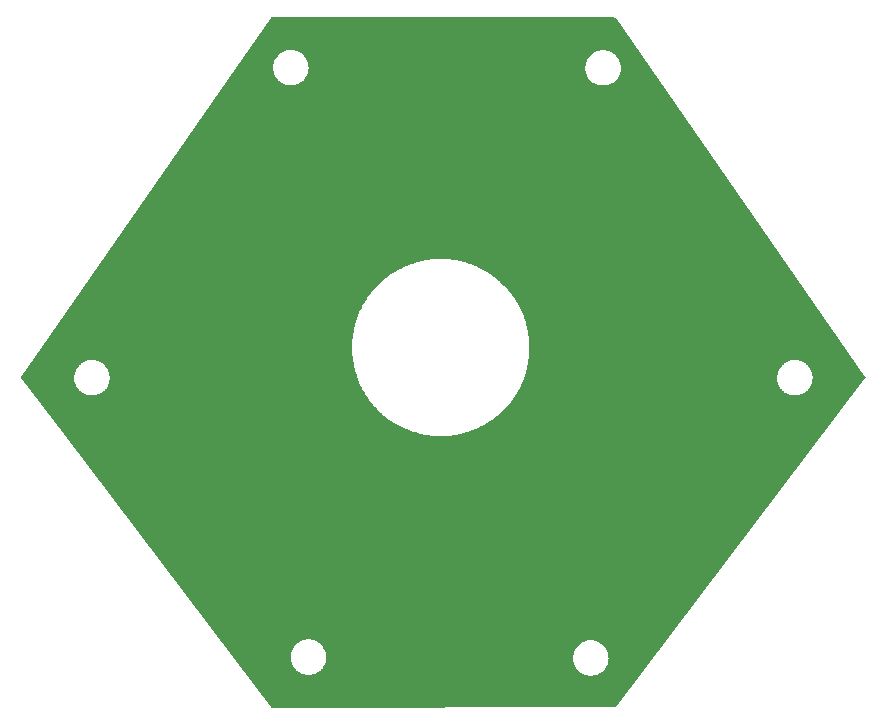
<source format=gbr>
%TF.GenerationSoftware,KiCad,Pcbnew,7.0.6*%
%TF.CreationDate,2023-07-29T19:13:37+05:30*%
%TF.ProjectId,Final_ESA,46696e61-6c5f-4455-9341-2e6b69636164,rev?*%
%TF.SameCoordinates,Original*%
%TF.FileFunction,Copper,L2,Bot*%
%TF.FilePolarity,Positive*%
%FSLAX46Y46*%
G04 Gerber Fmt 4.6, Leading zero omitted, Abs format (unit mm)*
G04 Created by KiCad (PCBNEW 7.0.6) date 2023-07-29 19:13:37*
%MOMM*%
%LPD*%
G01*
G04 APERTURE LIST*
G04 APERTURE END LIST*
%TA.AperFunction,NonConductor*%
G36*
X141698143Y-81280475D02*
G01*
X141765173Y-81300183D01*
X141799832Y-81333583D01*
X162950136Y-111685962D01*
X162972313Y-111752218D01*
X162955149Y-111819947D01*
X162947155Y-111831843D01*
X141831119Y-139640193D01*
X141774900Y-139681680D01*
X141732507Y-139689204D01*
X112710903Y-139722753D01*
X112643841Y-139703146D01*
X112611962Y-139673687D01*
X109392283Y-135428649D01*
X114294357Y-135428649D01*
X114300371Y-135501232D01*
X114302350Y-135525105D01*
X114302562Y-135530228D01*
X114302562Y-135543105D01*
X114301274Y-135547488D01*
X114301940Y-135555520D01*
X114304143Y-135562219D01*
X114306264Y-135574928D01*
X114306899Y-135580016D01*
X114314891Y-135676465D01*
X114314891Y-135676467D01*
X114338654Y-135770308D01*
X114339707Y-135775328D01*
X114341825Y-135788023D01*
X114341277Y-135792551D01*
X114343256Y-135800364D01*
X114346532Y-135806611D01*
X114350714Y-135818794D01*
X114352177Y-135823707D01*
X114366228Y-135879192D01*
X114375937Y-135917530D01*
X114402565Y-135978237D01*
X114414810Y-136006152D01*
X114416675Y-136010932D01*
X114420864Y-136023137D01*
X114421069Y-136027689D01*
X114424304Y-136035064D01*
X114428567Y-136040692D01*
X114434700Y-136052026D01*
X114436949Y-136056627D01*
X114475826Y-136145254D01*
X114528764Y-136226283D01*
X114531389Y-136230688D01*
X114537521Y-136242020D01*
X114538473Y-136246480D01*
X114542879Y-136253224D01*
X114548009Y-136258071D01*
X114555927Y-136268245D01*
X114558903Y-136272415D01*
X114609371Y-136349661D01*
X114611836Y-136353434D01*
X114636306Y-136380015D01*
X114677391Y-136424647D01*
X114680706Y-136428560D01*
X114688612Y-136438719D01*
X114690284Y-136442957D01*
X114695752Y-136448898D01*
X114701599Y-136452827D01*
X114711079Y-136461553D01*
X114714703Y-136465178D01*
X114780257Y-136536388D01*
X114856624Y-136595827D01*
X114860539Y-136599142D01*
X114870026Y-136607876D01*
X114872373Y-136611782D01*
X114878730Y-136616730D01*
X114885150Y-136619647D01*
X114895935Y-136626692D01*
X114900091Y-136629658D01*
X114976491Y-136689123D01*
X115061634Y-136735200D01*
X115066010Y-136737808D01*
X115076811Y-136744865D01*
X115079772Y-136748335D01*
X115086844Y-136752163D01*
X115093664Y-136753985D01*
X115105483Y-136759170D01*
X115110057Y-136761405D01*
X115195190Y-136807477D01*
X115286767Y-136838915D01*
X115291480Y-136840754D01*
X115303300Y-136845939D01*
X115306791Y-136848873D01*
X115314421Y-136851492D01*
X115321432Y-136852166D01*
X115329378Y-136854177D01*
X115333935Y-136855331D01*
X115338823Y-136856786D01*
X115390229Y-136874434D01*
X115430385Y-136888220D01*
X115525857Y-136904151D01*
X115530861Y-136905199D01*
X115543359Y-136908364D01*
X115547285Y-136910683D01*
X115555240Y-136912011D01*
X115562274Y-136911520D01*
X115575122Y-136912585D01*
X115580187Y-136913216D01*
X115675665Y-136929149D01*
X115675666Y-136929149D01*
X115772436Y-136929149D01*
X115777556Y-136929361D01*
X115789551Y-136930354D01*
X115790419Y-136930426D01*
X115794680Y-136932070D01*
X115802715Y-136932070D01*
X115809579Y-136930427D01*
X115822453Y-136929361D01*
X115827574Y-136929149D01*
X115924330Y-136929149D01*
X115924335Y-136929149D01*
X116019854Y-136913209D01*
X116024850Y-136912587D01*
X116037730Y-136911520D01*
X116042193Y-136912438D01*
X116050141Y-136911112D01*
X116056623Y-136908368D01*
X116069158Y-136905194D01*
X116074105Y-136904157D01*
X116169614Y-136888220D01*
X116261198Y-136856778D01*
X116266055Y-136855333D01*
X116278568Y-136852165D01*
X116283120Y-136852336D01*
X116290741Y-136849720D01*
X116296691Y-136845942D01*
X116308501Y-136840762D01*
X116313251Y-136838909D01*
X116404810Y-136807477D01*
X116489970Y-136761390D01*
X116494522Y-136759166D01*
X116506340Y-136753983D01*
X116510865Y-136753401D01*
X116517935Y-136749575D01*
X116523190Y-136744864D01*
X116533999Y-136737802D01*
X116538361Y-136735202D01*
X116623509Y-136689123D01*
X116699937Y-136629635D01*
X116704025Y-136626717D01*
X116714856Y-136619642D01*
X116719221Y-136618325D01*
X116725568Y-136613384D01*
X116729972Y-136607877D01*
X116739462Y-136599141D01*
X116743349Y-136595847D01*
X116819744Y-136536387D01*
X116885313Y-136465159D01*
X116888909Y-136461563D01*
X116898405Y-136452821D01*
X116902489Y-136450806D01*
X116907949Y-136444875D01*
X116911384Y-136438722D01*
X116919315Y-136428532D01*
X116922585Y-136424671D01*
X116988164Y-136353434D01*
X117041124Y-136272372D01*
X117044055Y-136268267D01*
X117052004Y-136258054D01*
X117055699Y-136255395D01*
X117060104Y-136248653D01*
X117062481Y-136242014D01*
X117068621Y-136230669D01*
X117071224Y-136226299D01*
X117124173Y-136145256D01*
X117163068Y-136056582D01*
X117165298Y-136052026D01*
X117171421Y-136040711D01*
X117174641Y-136037465D01*
X117177882Y-136030076D01*
X117179135Y-136023132D01*
X117183329Y-136010915D01*
X117185170Y-136006195D01*
X117224063Y-135917530D01*
X117247832Y-135823668D01*
X117249280Y-135818805D01*
X117253467Y-135806609D01*
X117256103Y-135802887D01*
X117258081Y-135795077D01*
X117258174Y-135788022D01*
X117260299Y-135775287D01*
X117261344Y-135770308D01*
X117285108Y-135676470D01*
X117293103Y-135579982D01*
X117293734Y-135574927D01*
X117298508Y-135546318D01*
X117297688Y-135540577D01*
X117298088Y-135521234D01*
X117298283Y-135517463D01*
X117299628Y-135501232D01*
X138194357Y-135501232D01*
X138200885Y-135580016D01*
X138202350Y-135597688D01*
X138202562Y-135602811D01*
X138202562Y-135615688D01*
X138201274Y-135620071D01*
X138201940Y-135628103D01*
X138204143Y-135634802D01*
X138206264Y-135647511D01*
X138206899Y-135652599D01*
X138214891Y-135749048D01*
X138214891Y-135749050D01*
X138238654Y-135842891D01*
X138239707Y-135847911D01*
X138241825Y-135860606D01*
X138241277Y-135865134D01*
X138243256Y-135872947D01*
X138246532Y-135879194D01*
X138250714Y-135891377D01*
X138252177Y-135896290D01*
X138275432Y-135988119D01*
X138275937Y-135990113D01*
X138296708Y-136037465D01*
X138314810Y-136078735D01*
X138316675Y-136083515D01*
X138320864Y-136095720D01*
X138321069Y-136100272D01*
X138324304Y-136107647D01*
X138328567Y-136113275D01*
X138334700Y-136124609D01*
X138336949Y-136129210D01*
X138375826Y-136217837D01*
X138428764Y-136298866D01*
X138431389Y-136303271D01*
X138437521Y-136314603D01*
X138438473Y-136319063D01*
X138442879Y-136325807D01*
X138448009Y-136330654D01*
X138455927Y-136340828D01*
X138458903Y-136344998D01*
X138509371Y-136422244D01*
X138511836Y-136426017D01*
X138534656Y-136450806D01*
X138577391Y-136497230D01*
X138580706Y-136501143D01*
X138588612Y-136511302D01*
X138590284Y-136515540D01*
X138595752Y-136521481D01*
X138601599Y-136525410D01*
X138611079Y-136534136D01*
X138614703Y-136537761D01*
X138680257Y-136608971D01*
X138756624Y-136668410D01*
X138760539Y-136671725D01*
X138770026Y-136680459D01*
X138772373Y-136684365D01*
X138778730Y-136689313D01*
X138785150Y-136692230D01*
X138795935Y-136699275D01*
X138800091Y-136702241D01*
X138876491Y-136761706D01*
X138961634Y-136807783D01*
X138966010Y-136810391D01*
X138976811Y-136817448D01*
X138979772Y-136820918D01*
X138986844Y-136824746D01*
X138993664Y-136826568D01*
X139005483Y-136831753D01*
X139010057Y-136833988D01*
X139095190Y-136880060D01*
X139186767Y-136911498D01*
X139191480Y-136913337D01*
X139203300Y-136918522D01*
X139206791Y-136921456D01*
X139214421Y-136924075D01*
X139221432Y-136924749D01*
X139229378Y-136926760D01*
X139233935Y-136927914D01*
X139238823Y-136929369D01*
X139304307Y-136951850D01*
X139330385Y-136960803D01*
X139425857Y-136976734D01*
X139430861Y-136977782D01*
X139443359Y-136980947D01*
X139447285Y-136983266D01*
X139455240Y-136984594D01*
X139462274Y-136984103D01*
X139475122Y-136985168D01*
X139480187Y-136985799D01*
X139575665Y-137001732D01*
X139575666Y-137001732D01*
X139672436Y-137001732D01*
X139677556Y-137001944D01*
X139689551Y-137002937D01*
X139690419Y-137003009D01*
X139694680Y-137004653D01*
X139702715Y-137004653D01*
X139709579Y-137003010D01*
X139722453Y-137001944D01*
X139727574Y-137001732D01*
X139824330Y-137001732D01*
X139824335Y-137001732D01*
X139919854Y-136985792D01*
X139924850Y-136985170D01*
X139937730Y-136984103D01*
X139942193Y-136985021D01*
X139950141Y-136983695D01*
X139956623Y-136980951D01*
X139969158Y-136977777D01*
X139974105Y-136976740D01*
X140069614Y-136960803D01*
X140161198Y-136929361D01*
X140166055Y-136927916D01*
X140178568Y-136924748D01*
X140183120Y-136924919D01*
X140190741Y-136922303D01*
X140196691Y-136918525D01*
X140208501Y-136913345D01*
X140213251Y-136911492D01*
X140304810Y-136880060D01*
X140389970Y-136833973D01*
X140394522Y-136831749D01*
X140406340Y-136826566D01*
X140410865Y-136825984D01*
X140417935Y-136822158D01*
X140423190Y-136817447D01*
X140433999Y-136810385D01*
X140438361Y-136807785D01*
X140523509Y-136761706D01*
X140599940Y-136702217D01*
X140604034Y-136699294D01*
X140614844Y-136692232D01*
X140619214Y-136690913D01*
X140625568Y-136685967D01*
X140629972Y-136680460D01*
X140639462Y-136671724D01*
X140643349Y-136668430D01*
X140719744Y-136608970D01*
X140785313Y-136537742D01*
X140788909Y-136534146D01*
X140798405Y-136525404D01*
X140802489Y-136523389D01*
X140807949Y-136517458D01*
X140811384Y-136511305D01*
X140819315Y-136501115D01*
X140822585Y-136497254D01*
X140888164Y-136426017D01*
X140941124Y-136344955D01*
X140944055Y-136340850D01*
X140952004Y-136330637D01*
X140955699Y-136327978D01*
X140960104Y-136321236D01*
X140962481Y-136314597D01*
X140968621Y-136303252D01*
X140971224Y-136298882D01*
X141024173Y-136217839D01*
X141063068Y-136129165D01*
X141065298Y-136124609D01*
X141071421Y-136113294D01*
X141074641Y-136110048D01*
X141077882Y-136102659D01*
X141079135Y-136095715D01*
X141083329Y-136083498D01*
X141085170Y-136078778D01*
X141124063Y-135990113D01*
X141147832Y-135896251D01*
X141149280Y-135891388D01*
X141153467Y-135879192D01*
X141156103Y-135875470D01*
X141158081Y-135867660D01*
X141158174Y-135860605D01*
X141160299Y-135847870D01*
X141161344Y-135842891D01*
X141185108Y-135749053D01*
X141193103Y-135652565D01*
X141193734Y-135647510D01*
X141198508Y-135618901D01*
X141197688Y-135613160D01*
X141198088Y-135593817D01*
X141198283Y-135590046D01*
X141205643Y-135501232D01*
X141198283Y-135412421D01*
X141198088Y-135408642D01*
X141197688Y-135389304D01*
X141198789Y-135385248D01*
X141197438Y-135377151D01*
X141193731Y-135354936D01*
X141193102Y-135349892D01*
X141185108Y-135253411D01*
X141161341Y-135159559D01*
X141160295Y-135154566D01*
X141160292Y-135154551D01*
X141158175Y-135141859D01*
X141158721Y-135137334D01*
X141156743Y-135129519D01*
X141153466Y-135123269D01*
X141149283Y-135111083D01*
X141147830Y-135106208D01*
X141124063Y-135012351D01*
X141085180Y-134923707D01*
X141083326Y-134918957D01*
X141079133Y-134906741D01*
X141078927Y-134902185D01*
X141075699Y-134894824D01*
X141071435Y-134889194D01*
X141065298Y-134877853D01*
X141063052Y-134873261D01*
X141031209Y-134800665D01*
X141024173Y-134784624D01*
X140971231Y-134703590D01*
X140968618Y-134699205D01*
X140962477Y-134687858D01*
X140961524Y-134683399D01*
X140957122Y-134676660D01*
X140951994Y-134671813D01*
X140944081Y-134661647D01*
X140941102Y-134657475D01*
X140888164Y-134576447D01*
X140882884Y-134570711D01*
X140822606Y-134505231D01*
X140819291Y-134501317D01*
X140811384Y-134491158D01*
X140809711Y-134486917D01*
X140804253Y-134480989D01*
X140798398Y-134477052D01*
X140788918Y-134468324D01*
X140785294Y-134464700D01*
X140771863Y-134450111D01*
X140719744Y-134393494D01*
X140698870Y-134377247D01*
X140643378Y-134334055D01*
X140639462Y-134330739D01*
X140629970Y-134321999D01*
X140627624Y-134318095D01*
X140621278Y-134313155D01*
X140614842Y-134310230D01*
X140604063Y-134303187D01*
X140599897Y-134300213D01*
X140523509Y-134240758D01*
X140523508Y-134240757D01*
X140523505Y-134240755D01*
X140523503Y-134240754D01*
X140474906Y-134214455D01*
X140438380Y-134194688D01*
X140433985Y-134192069D01*
X140423190Y-134185016D01*
X140420227Y-134181545D01*
X140413156Y-134177718D01*
X140406332Y-134175893D01*
X140394528Y-134170715D01*
X140389925Y-134168465D01*
X140304816Y-134122407D01*
X140304813Y-134122406D01*
X140304810Y-134122404D01*
X140304804Y-134122402D01*
X140304802Y-134122401D01*
X140213258Y-134090974D01*
X140208480Y-134089109D01*
X140196690Y-134083937D01*
X140193199Y-134081003D01*
X140185584Y-134078388D01*
X140178562Y-134077713D01*
X140174750Y-134076748D01*
X140166080Y-134074552D01*
X140161168Y-134073090D01*
X140069614Y-134041661D01*
X139974141Y-134025728D01*
X139969128Y-134024677D01*
X139956648Y-134021518D01*
X139952715Y-134019194D01*
X139944768Y-134017868D01*
X139937719Y-134018359D01*
X139924888Y-134017295D01*
X139919804Y-134016662D01*
X139824336Y-134000732D01*
X139824335Y-134000732D01*
X139727541Y-134000732D01*
X139722428Y-134000520D01*
X139711122Y-133999583D01*
X139709583Y-133999456D01*
X139705328Y-133997814D01*
X139697279Y-133997814D01*
X139690414Y-133999456D01*
X139680435Y-134000283D01*
X139680291Y-134000295D01*
X139677606Y-134000517D01*
X139672495Y-134000732D01*
X139575665Y-134000732D01*
X139480194Y-134016662D01*
X139475109Y-134017296D01*
X139462277Y-134018359D01*
X139457806Y-134017439D01*
X139449862Y-134018764D01*
X139443355Y-134021517D01*
X139430872Y-134024677D01*
X139425857Y-134025729D01*
X139330383Y-134041661D01*
X139238835Y-134073088D01*
X139233929Y-134074549D01*
X139221450Y-134077710D01*
X139216890Y-134077539D01*
X139209261Y-134080157D01*
X139203304Y-134083939D01*
X139191515Y-134089111D01*
X139186740Y-134090974D01*
X139095194Y-134122402D01*
X139095183Y-134122407D01*
X139010084Y-134168460D01*
X139005479Y-134170711D01*
X138993662Y-134175895D01*
X138989135Y-134176476D01*
X138982061Y-134180304D01*
X138976804Y-134185018D01*
X138966009Y-134192071D01*
X138961607Y-134194693D01*
X138876493Y-134240756D01*
X138876489Y-134240758D01*
X138800108Y-134300208D01*
X138795944Y-134303182D01*
X138788967Y-134307741D01*
X138785138Y-134310242D01*
X138780771Y-134311559D01*
X138774428Y-134316496D01*
X138770025Y-134322003D01*
X138760532Y-134330742D01*
X138756620Y-134334056D01*
X138680255Y-134393494D01*
X138614696Y-134464709D01*
X138611071Y-134468334D01*
X138601596Y-134477056D01*
X138597509Y-134479072D01*
X138592043Y-134485010D01*
X138588604Y-134491172D01*
X138580699Y-134501327D01*
X138577390Y-134505233D01*
X138511836Y-134576447D01*
X138458903Y-134657465D01*
X138455931Y-134661629D01*
X138449308Y-134670140D01*
X138447990Y-134671833D01*
X138444294Y-134674491D01*
X138439900Y-134681216D01*
X138437520Y-134687863D01*
X138431387Y-134699194D01*
X138428764Y-134703596D01*
X138375828Y-134784622D01*
X138336952Y-134873247D01*
X138334703Y-134877848D01*
X138331673Y-134883448D01*
X138328566Y-134889190D01*
X138325350Y-134892430D01*
X138322116Y-134899803D01*
X138320863Y-134906749D01*
X138316674Y-134918949D01*
X138314811Y-134923725D01*
X138285179Y-134991279D01*
X138275939Y-135012348D01*
X138275936Y-135012354D01*
X138252177Y-135106172D01*
X138250715Y-135111083D01*
X138246533Y-135123265D01*
X138243896Y-135126987D01*
X138241917Y-135134802D01*
X138241825Y-135141854D01*
X138239707Y-135154551D01*
X138238654Y-135159571D01*
X138214891Y-135253410D01*
X138214891Y-135253415D01*
X138206899Y-135349863D01*
X138206264Y-135354951D01*
X138204143Y-135367660D01*
X138202156Y-135371762D01*
X138201490Y-135379795D01*
X138202562Y-135386774D01*
X138202562Y-135399651D01*
X138202350Y-135404767D01*
X138194357Y-135501232D01*
X117299628Y-135501232D01*
X117305643Y-135428649D01*
X117298283Y-135339838D01*
X117298088Y-135336059D01*
X117297688Y-135316721D01*
X117298789Y-135312665D01*
X117297438Y-135304568D01*
X117293731Y-135282353D01*
X117293102Y-135277309D01*
X117285108Y-135180828D01*
X117261341Y-135086976D01*
X117260295Y-135081983D01*
X117260292Y-135081968D01*
X117258175Y-135069276D01*
X117258721Y-135064751D01*
X117256743Y-135056936D01*
X117253466Y-135050686D01*
X117249283Y-135038500D01*
X117247830Y-135033625D01*
X117224063Y-134939768D01*
X117217022Y-134923717D01*
X117204349Y-134894824D01*
X117185180Y-134851124D01*
X117183326Y-134846374D01*
X117179133Y-134834158D01*
X117178927Y-134829602D01*
X117175699Y-134822241D01*
X117171435Y-134816611D01*
X117165298Y-134805270D01*
X117163052Y-134800678D01*
X117124173Y-134712042D01*
X117124173Y-134712041D01*
X117071231Y-134631007D01*
X117068618Y-134626622D01*
X117062477Y-134615275D01*
X117061524Y-134610816D01*
X117057122Y-134604077D01*
X117051994Y-134599230D01*
X117044081Y-134589064D01*
X117041102Y-134584892D01*
X116988164Y-134503864D01*
X116967106Y-134480989D01*
X116922606Y-134432648D01*
X116919291Y-134428734D01*
X116911384Y-134418575D01*
X116909711Y-134414334D01*
X116904253Y-134408406D01*
X116898398Y-134404469D01*
X116888918Y-134395741D01*
X116885294Y-134392117D01*
X116871863Y-134377528D01*
X116819744Y-134320911D01*
X116793145Y-134300208D01*
X116743378Y-134261472D01*
X116739462Y-134258156D01*
X116729970Y-134249416D01*
X116727624Y-134245512D01*
X116721278Y-134240572D01*
X116714842Y-134237647D01*
X116704063Y-134230604D01*
X116699897Y-134227630D01*
X116623509Y-134168175D01*
X116623508Y-134168174D01*
X116623505Y-134168172D01*
X116623503Y-134168171D01*
X116574906Y-134141872D01*
X116538380Y-134122105D01*
X116533985Y-134119486D01*
X116523190Y-134112433D01*
X116520227Y-134108962D01*
X116513156Y-134105135D01*
X116506332Y-134103310D01*
X116494528Y-134098132D01*
X116489925Y-134095882D01*
X116404816Y-134049824D01*
X116404813Y-134049823D01*
X116404810Y-134049821D01*
X116404804Y-134049819D01*
X116404802Y-134049818D01*
X116313258Y-134018391D01*
X116308480Y-134016526D01*
X116296690Y-134011354D01*
X116293199Y-134008420D01*
X116285584Y-134005805D01*
X116278562Y-134005130D01*
X116274750Y-134004165D01*
X116266080Y-134001969D01*
X116261168Y-134000507D01*
X116169614Y-133969078D01*
X116074141Y-133953145D01*
X116069128Y-133952094D01*
X116056648Y-133948935D01*
X116052715Y-133946611D01*
X116044768Y-133945285D01*
X116037719Y-133945776D01*
X116024888Y-133944712D01*
X116019804Y-133944079D01*
X115924336Y-133928149D01*
X115924335Y-133928149D01*
X115827541Y-133928149D01*
X115822428Y-133927937D01*
X115811122Y-133927000D01*
X115809583Y-133926873D01*
X115805328Y-133925231D01*
X115797279Y-133925231D01*
X115790414Y-133926873D01*
X115780435Y-133927700D01*
X115780291Y-133927712D01*
X115777606Y-133927934D01*
X115772495Y-133928149D01*
X115675665Y-133928149D01*
X115580194Y-133944079D01*
X115575109Y-133944713D01*
X115562277Y-133945776D01*
X115557806Y-133944856D01*
X115549862Y-133946181D01*
X115543355Y-133948934D01*
X115530872Y-133952094D01*
X115525857Y-133953146D01*
X115430383Y-133969078D01*
X115338835Y-134000505D01*
X115333929Y-134001966D01*
X115321450Y-134005127D01*
X115316890Y-134004956D01*
X115309261Y-134007574D01*
X115303304Y-134011356D01*
X115291515Y-134016528D01*
X115286740Y-134018391D01*
X115195194Y-134049819D01*
X115195183Y-134049824D01*
X115110084Y-134095877D01*
X115105479Y-134098128D01*
X115093662Y-134103312D01*
X115089135Y-134103893D01*
X115082061Y-134107721D01*
X115076804Y-134112435D01*
X115066009Y-134119488D01*
X115061607Y-134122110D01*
X114976493Y-134168173D01*
X114976489Y-134168175D01*
X114900108Y-134227625D01*
X114895944Y-134230599D01*
X114888967Y-134235158D01*
X114885138Y-134237659D01*
X114880771Y-134238976D01*
X114874428Y-134243913D01*
X114870025Y-134249420D01*
X114860532Y-134258159D01*
X114856620Y-134261473D01*
X114780255Y-134320911D01*
X114714696Y-134392126D01*
X114711071Y-134395751D01*
X114701596Y-134404473D01*
X114697509Y-134406489D01*
X114692043Y-134412427D01*
X114688604Y-134418589D01*
X114680699Y-134428744D01*
X114677390Y-134432650D01*
X114611836Y-134503864D01*
X114558903Y-134584882D01*
X114555931Y-134589046D01*
X114549308Y-134597557D01*
X114547990Y-134599250D01*
X114544294Y-134601908D01*
X114539900Y-134608633D01*
X114537520Y-134615280D01*
X114531387Y-134626611D01*
X114528764Y-134631013D01*
X114475828Y-134712039D01*
X114436952Y-134800664D01*
X114434703Y-134805265D01*
X114431673Y-134810865D01*
X114428566Y-134816607D01*
X114425350Y-134819847D01*
X114422116Y-134827220D01*
X114420863Y-134834166D01*
X114416674Y-134846366D01*
X114414811Y-134851142D01*
X114396701Y-134892430D01*
X114375939Y-134939765D01*
X114375936Y-134939771D01*
X114352177Y-135033589D01*
X114350715Y-135038500D01*
X114346533Y-135050682D01*
X114343896Y-135054404D01*
X114341917Y-135062219D01*
X114341825Y-135069271D01*
X114339707Y-135081968D01*
X114338654Y-135086988D01*
X114314891Y-135180827D01*
X114314891Y-135180832D01*
X114306899Y-135277280D01*
X114306264Y-135282368D01*
X114304143Y-135295077D01*
X114302156Y-135299179D01*
X114301490Y-135307212D01*
X114302562Y-135314191D01*
X114302562Y-135327068D01*
X114302350Y-135332184D01*
X114300465Y-135354936D01*
X114296015Y-135408642D01*
X114294357Y-135428649D01*
X109392283Y-135428649D01*
X95068339Y-116543013D01*
X91495037Y-111831736D01*
X91471713Y-111770382D01*
X95961062Y-111770382D01*
X95961491Y-111775554D01*
X95968846Y-111864319D01*
X95969055Y-111866834D01*
X95969267Y-111871957D01*
X95969267Y-111884834D01*
X95967979Y-111889217D01*
X95968645Y-111897249D01*
X95970848Y-111903948D01*
X95972969Y-111916657D01*
X95973604Y-111921745D01*
X95981596Y-112018194D01*
X95981596Y-112018196D01*
X96005359Y-112112037D01*
X96006412Y-112117057D01*
X96008530Y-112129752D01*
X96007982Y-112134280D01*
X96009961Y-112142093D01*
X96013237Y-112148340D01*
X96017419Y-112160523D01*
X96018882Y-112165436D01*
X96042137Y-112257265D01*
X96042642Y-112259259D01*
X96069270Y-112319966D01*
X96081515Y-112347881D01*
X96083380Y-112352661D01*
X96087569Y-112364866D01*
X96087774Y-112369418D01*
X96091009Y-112376793D01*
X96095272Y-112382421D01*
X96101405Y-112393755D01*
X96103654Y-112398356D01*
X96142531Y-112486983D01*
X96195469Y-112568012D01*
X96198094Y-112572417D01*
X96204226Y-112583749D01*
X96205178Y-112588209D01*
X96209584Y-112594953D01*
X96214712Y-112599798D01*
X96218147Y-112604212D01*
X96222632Y-112609974D01*
X96225608Y-112614144D01*
X96249336Y-112650462D01*
X96278541Y-112695163D01*
X96303011Y-112721744D01*
X96344096Y-112766376D01*
X96347411Y-112770289D01*
X96355317Y-112780448D01*
X96356989Y-112784686D01*
X96362457Y-112790627D01*
X96368304Y-112794556D01*
X96377784Y-112803282D01*
X96381408Y-112806907D01*
X96446962Y-112878117D01*
X96523329Y-112937556D01*
X96527244Y-112940871D01*
X96536731Y-112949605D01*
X96539078Y-112953511D01*
X96545435Y-112958459D01*
X96551855Y-112961376D01*
X96562640Y-112968421D01*
X96566796Y-112971387D01*
X96643196Y-113030852D01*
X96728339Y-113076929D01*
X96732715Y-113079537D01*
X96743516Y-113086594D01*
X96746477Y-113090064D01*
X96753549Y-113093892D01*
X96760369Y-113095714D01*
X96772188Y-113100899D01*
X96776762Y-113103134D01*
X96861895Y-113149206D01*
X96953472Y-113180644D01*
X96958185Y-113182483D01*
X96970005Y-113187668D01*
X96973496Y-113190602D01*
X96981126Y-113193221D01*
X96988137Y-113193895D01*
X96996083Y-113195906D01*
X97000640Y-113197060D01*
X97005528Y-113198515D01*
X97071012Y-113220996D01*
X97097090Y-113229949D01*
X97192562Y-113245880D01*
X97197566Y-113246928D01*
X97210064Y-113250093D01*
X97213990Y-113252412D01*
X97221945Y-113253740D01*
X97228979Y-113253249D01*
X97241827Y-113254314D01*
X97246892Y-113254945D01*
X97342370Y-113270878D01*
X97342371Y-113270878D01*
X97439141Y-113270878D01*
X97444261Y-113271090D01*
X97456256Y-113272083D01*
X97457124Y-113272155D01*
X97461385Y-113273799D01*
X97469420Y-113273799D01*
X97476284Y-113272156D01*
X97489158Y-113271090D01*
X97494279Y-113270878D01*
X97591035Y-113270878D01*
X97591040Y-113270878D01*
X97686559Y-113254938D01*
X97691555Y-113254316D01*
X97704435Y-113253249D01*
X97708898Y-113254167D01*
X97716846Y-113252841D01*
X97723328Y-113250097D01*
X97735863Y-113246923D01*
X97740810Y-113245886D01*
X97836319Y-113229949D01*
X97927903Y-113198507D01*
X97932760Y-113197062D01*
X97945273Y-113193894D01*
X97949825Y-113194065D01*
X97957446Y-113191449D01*
X97963396Y-113187671D01*
X97975206Y-113182491D01*
X97979956Y-113180638D01*
X98071515Y-113149206D01*
X98156675Y-113103119D01*
X98161227Y-113100895D01*
X98173045Y-113095712D01*
X98177570Y-113095130D01*
X98184640Y-113091304D01*
X98189895Y-113086593D01*
X98200704Y-113079531D01*
X98205066Y-113076931D01*
X98290214Y-113030852D01*
X98366642Y-112971364D01*
X98370730Y-112968446D01*
X98381561Y-112961371D01*
X98385926Y-112960054D01*
X98392273Y-112955113D01*
X98396677Y-112949606D01*
X98406167Y-112940870D01*
X98410054Y-112937576D01*
X98486449Y-112878116D01*
X98552018Y-112806888D01*
X98555614Y-112803292D01*
X98565110Y-112794550D01*
X98569194Y-112792535D01*
X98574654Y-112786604D01*
X98578089Y-112780451D01*
X98586020Y-112770261D01*
X98589290Y-112766400D01*
X98654869Y-112695163D01*
X98707829Y-112614101D01*
X98710760Y-112609996D01*
X98718709Y-112599783D01*
X98722404Y-112597124D01*
X98726809Y-112590382D01*
X98729186Y-112583743D01*
X98735326Y-112572398D01*
X98737929Y-112568028D01*
X98790878Y-112486985D01*
X98829757Y-112398348D01*
X98831995Y-112393769D01*
X98838139Y-112382416D01*
X98841354Y-112379177D01*
X98844587Y-112371805D01*
X98845840Y-112364861D01*
X98850034Y-112352644D01*
X98851875Y-112347924D01*
X98890768Y-112259259D01*
X98914537Y-112165397D01*
X98915985Y-112160534D01*
X98920172Y-112148338D01*
X98922808Y-112144616D01*
X98924786Y-112136806D01*
X98924879Y-112129751D01*
X98927004Y-112117016D01*
X98928049Y-112112037D01*
X98951813Y-112018199D01*
X98959808Y-111921711D01*
X98960439Y-111916656D01*
X98965213Y-111888047D01*
X98964393Y-111882306D01*
X98964793Y-111862963D01*
X98964988Y-111859192D01*
X98971919Y-111775552D01*
X98972348Y-111770380D01*
X98972348Y-111770375D01*
X98970843Y-111752218D01*
X98964988Y-111681567D01*
X98964793Y-111677788D01*
X98964393Y-111658450D01*
X98965494Y-111654394D01*
X98963495Y-111642413D01*
X98960436Y-111624082D01*
X98959807Y-111619038D01*
X98951813Y-111522557D01*
X98928046Y-111428705D01*
X98927000Y-111423712D01*
X98926997Y-111423697D01*
X98924880Y-111411005D01*
X98925426Y-111406480D01*
X98923448Y-111398665D01*
X98920171Y-111392415D01*
X98915988Y-111380229D01*
X98914535Y-111375354D01*
X98890768Y-111281497D01*
X98851885Y-111192853D01*
X98850031Y-111188103D01*
X98845838Y-111175887D01*
X98845632Y-111171331D01*
X98842404Y-111163970D01*
X98838140Y-111158340D01*
X98832003Y-111146999D01*
X98829757Y-111142407D01*
X98795389Y-111064055D01*
X98790878Y-111053770D01*
X98737936Y-110972736D01*
X98735323Y-110968351D01*
X98729182Y-110957004D01*
X98728229Y-110952545D01*
X98723827Y-110945806D01*
X98718699Y-110940959D01*
X98710786Y-110930793D01*
X98707807Y-110926621D01*
X98654868Y-110845592D01*
X98589311Y-110774377D01*
X98585996Y-110770463D01*
X98578089Y-110760304D01*
X98576416Y-110756063D01*
X98570958Y-110750135D01*
X98565103Y-110746198D01*
X98555623Y-110737470D01*
X98551999Y-110733846D01*
X98538568Y-110719257D01*
X98486449Y-110662640D01*
X98452573Y-110636273D01*
X98410083Y-110603201D01*
X98406167Y-110599885D01*
X98396675Y-110591145D01*
X98394329Y-110587241D01*
X98387983Y-110582301D01*
X98381547Y-110579376D01*
X98370768Y-110572333D01*
X98366602Y-110569359D01*
X98290214Y-110509904D01*
X98290213Y-110509903D01*
X98290210Y-110509901D01*
X98290208Y-110509900D01*
X98241611Y-110483601D01*
X98205085Y-110463834D01*
X98200690Y-110461215D01*
X98189895Y-110454162D01*
X98186932Y-110450691D01*
X98179861Y-110446864D01*
X98173037Y-110445039D01*
X98161233Y-110439861D01*
X98156630Y-110437611D01*
X98071521Y-110391553D01*
X98071518Y-110391552D01*
X98071515Y-110391550D01*
X98071509Y-110391548D01*
X98071507Y-110391547D01*
X97979963Y-110360120D01*
X97975185Y-110358255D01*
X97963395Y-110353083D01*
X97959904Y-110350149D01*
X97952289Y-110347534D01*
X97945267Y-110346859D01*
X97941455Y-110345894D01*
X97932785Y-110343698D01*
X97927873Y-110342236D01*
X97836319Y-110310807D01*
X97740846Y-110294874D01*
X97735833Y-110293823D01*
X97723353Y-110290664D01*
X97719420Y-110288340D01*
X97711473Y-110287014D01*
X97704424Y-110287505D01*
X97691593Y-110286441D01*
X97686509Y-110285808D01*
X97591041Y-110269878D01*
X97591040Y-110269878D01*
X97494246Y-110269878D01*
X97489133Y-110269666D01*
X97477827Y-110268729D01*
X97476288Y-110268602D01*
X97472033Y-110266960D01*
X97463984Y-110266960D01*
X97457119Y-110268602D01*
X97447140Y-110269429D01*
X97446996Y-110269441D01*
X97444311Y-110269663D01*
X97439200Y-110269878D01*
X97342370Y-110269878D01*
X97246899Y-110285808D01*
X97241814Y-110286442D01*
X97228982Y-110287505D01*
X97224511Y-110286585D01*
X97216567Y-110287910D01*
X97210060Y-110290663D01*
X97197577Y-110293823D01*
X97192562Y-110294875D01*
X97097088Y-110310807D01*
X97005540Y-110342234D01*
X97000634Y-110343695D01*
X96988155Y-110346856D01*
X96983595Y-110346685D01*
X96975966Y-110349303D01*
X96970009Y-110353085D01*
X96958220Y-110358257D01*
X96953445Y-110360120D01*
X96861899Y-110391548D01*
X96861888Y-110391553D01*
X96776789Y-110437606D01*
X96772184Y-110439857D01*
X96760367Y-110445041D01*
X96755840Y-110445622D01*
X96748766Y-110449450D01*
X96743509Y-110454164D01*
X96732714Y-110461217D01*
X96728312Y-110463839D01*
X96643198Y-110509902D01*
X96643194Y-110509904D01*
X96566813Y-110569354D01*
X96562649Y-110572328D01*
X96555672Y-110576887D01*
X96551843Y-110579388D01*
X96547476Y-110580705D01*
X96541133Y-110585642D01*
X96536730Y-110591149D01*
X96527237Y-110599888D01*
X96523325Y-110603202D01*
X96446960Y-110662640D01*
X96381401Y-110733855D01*
X96377776Y-110737480D01*
X96368301Y-110746202D01*
X96364214Y-110748218D01*
X96358748Y-110754156D01*
X96355309Y-110760318D01*
X96347404Y-110770473D01*
X96344095Y-110774379D01*
X96278541Y-110845593D01*
X96225605Y-110926615D01*
X96222627Y-110930786D01*
X96214709Y-110940959D01*
X96211009Y-110943621D01*
X96206605Y-110950362D01*
X96204225Y-110957009D01*
X96198092Y-110968340D01*
X96195469Y-110972742D01*
X96142533Y-111053768D01*
X96103661Y-111142386D01*
X96101420Y-111146972D01*
X96098567Y-111152246D01*
X96095263Y-111158351D01*
X96092050Y-111161587D01*
X96088821Y-111168949D01*
X96087568Y-111175895D01*
X96083379Y-111188095D01*
X96081516Y-111192871D01*
X96051884Y-111260425D01*
X96042644Y-111281494D01*
X96042641Y-111281500D01*
X96018882Y-111375318D01*
X96017420Y-111380229D01*
X96013238Y-111392411D01*
X96010601Y-111396133D01*
X96008622Y-111403948D01*
X96008530Y-111411000D01*
X96006412Y-111423697D01*
X96005359Y-111428717D01*
X95981596Y-111522556D01*
X95981596Y-111522561D01*
X95973604Y-111619009D01*
X95972969Y-111624097D01*
X95970848Y-111636806D01*
X95968861Y-111640908D01*
X95968195Y-111648941D01*
X95969267Y-111655920D01*
X95969267Y-111668797D01*
X95969055Y-111673920D01*
X95961062Y-111770372D01*
X95961062Y-111770382D01*
X91471713Y-111770382D01*
X91470210Y-111766427D01*
X91484632Y-111698062D01*
X91492013Y-111686036D01*
X93205912Y-109220000D01*
X119494493Y-109220000D01*
X119502502Y-109439141D01*
X119502502Y-109494013D01*
X119506507Y-109548729D01*
X119514515Y-109767862D01*
X119538498Y-109985831D01*
X119542503Y-110040549D01*
X119542503Y-110040550D01*
X119550492Y-110094840D01*
X119568711Y-110260422D01*
X119573071Y-110300046D01*
X119574477Y-110312818D01*
X119574477Y-110312817D01*
X119614309Y-110528465D01*
X119620327Y-110569354D01*
X119622296Y-110582731D01*
X119625323Y-110596321D01*
X119634222Y-110636274D01*
X119674055Y-110851922D01*
X119729518Y-111064071D01*
X119741449Y-111117630D01*
X119741450Y-111117634D01*
X119750285Y-111146999D01*
X119757259Y-111170182D01*
X119812722Y-111382331D01*
X119883522Y-111589863D01*
X119898880Y-111640908D01*
X119899332Y-111642411D01*
X119903808Y-111654113D01*
X119918935Y-111693665D01*
X119989737Y-111901202D01*
X119996305Y-111916657D01*
X120075500Y-112103019D01*
X120095098Y-112154260D01*
X120095098Y-112154261D01*
X120118387Y-112203942D01*
X120204152Y-112405763D01*
X120304416Y-112600778D01*
X120327707Y-112650462D01*
X120327706Y-112650461D01*
X120354562Y-112698313D01*
X120454826Y-112893328D01*
X120454827Y-112893329D01*
X120479622Y-112933958D01*
X120569060Y-113080508D01*
X120581767Y-113103148D01*
X120595915Y-113128357D01*
X120595919Y-113128363D01*
X120626190Y-113174119D01*
X120689178Y-113277328D01*
X120740424Y-113361297D01*
X120840616Y-113501339D01*
X120868013Y-113539634D01*
X120898293Y-113585402D01*
X120898294Y-113585403D01*
X120931828Y-113628831D01*
X121059413Y-113807163D01*
X121059413Y-113807162D01*
X121059418Y-113807169D01*
X121199687Y-113975720D01*
X121199688Y-113975721D01*
X121233227Y-114019155D01*
X121269833Y-114060011D01*
X121406771Y-114224557D01*
X121410107Y-114228566D01*
X121410115Y-114228574D01*
X121562318Y-114386442D01*
X121598915Y-114427287D01*
X121598916Y-114427288D01*
X121638408Y-114465364D01*
X121786451Y-114618916D01*
X121790621Y-114623241D01*
X121953941Y-114769576D01*
X121993438Y-114807656D01*
X122035611Y-114842752D01*
X122198930Y-114989086D01*
X122372495Y-115123109D01*
X122414660Y-115158200D01*
X122414661Y-115158200D01*
X122414667Y-115158205D01*
X122459288Y-115190128D01*
X122459328Y-115190159D01*
X122632850Y-115324149D01*
X122632851Y-115324150D01*
X122815735Y-115445145D01*
X122860361Y-115477072D01*
X122907199Y-115505657D01*
X123090079Y-115626649D01*
X123090085Y-115626652D01*
X123090089Y-115626655D01*
X123149159Y-115659806D01*
X123281307Y-115733971D01*
X123328141Y-115762554D01*
X123376928Y-115787636D01*
X123509325Y-115861941D01*
X123568155Y-115894959D01*
X123568161Y-115894962D01*
X123568165Y-115894964D01*
X123766718Y-115988042D01*
X123815512Y-116013129D01*
X123866014Y-116034590D01*
X124064560Y-116127665D01*
X124111842Y-116145748D01*
X124269393Y-116206006D01*
X124319874Y-116227459D01*
X124371805Y-116245175D01*
X124521489Y-116302424D01*
X124576621Y-116323511D01*
X124659150Y-116348340D01*
X124786600Y-116386684D01*
X124808437Y-116394134D01*
X124838530Y-116404401D01*
X124838530Y-116404400D01*
X124838535Y-116404402D01*
X124891621Y-116418280D01*
X125101607Y-116481456D01*
X125315659Y-116529138D01*
X125368729Y-116543013D01*
X125368728Y-116543013D01*
X125388776Y-116546715D01*
X125422665Y-116552974D01*
X125636723Y-116600658D01*
X125853674Y-116632586D01*
X125907631Y-116642553D01*
X125928444Y-116644842D01*
X125962150Y-116648550D01*
X126179114Y-116680481D01*
X126179119Y-116680481D01*
X126179120Y-116680482D01*
X126246552Y-116685416D01*
X126397824Y-116696488D01*
X126452352Y-116702489D01*
X126507160Y-116704491D01*
X126676183Y-116716862D01*
X126725877Y-116720500D01*
X126945167Y-116720500D01*
X127000000Y-116722504D01*
X127054833Y-116720500D01*
X127274123Y-116720500D01*
X127319405Y-116717185D01*
X127492842Y-116704491D01*
X127547648Y-116702489D01*
X127602178Y-116696488D01*
X127750620Y-116685623D01*
X127820880Y-116680482D01*
X127820880Y-116680481D01*
X127820886Y-116680481D01*
X128037837Y-116648552D01*
X128068701Y-116645156D01*
X128092371Y-116642553D01*
X128092372Y-116642553D01*
X128127797Y-116636008D01*
X128146316Y-116632587D01*
X128363277Y-116600658D01*
X128363278Y-116600658D01*
X128389794Y-116594751D01*
X128577341Y-116552973D01*
X128631271Y-116543013D01*
X128684348Y-116529136D01*
X128898391Y-116481456D01*
X128898391Y-116481457D01*
X128954803Y-116464484D01*
X129108387Y-116418277D01*
X129161465Y-116404402D01*
X129161471Y-116404400D01*
X129161470Y-116404401D01*
X129184977Y-116396380D01*
X129213384Y-116386688D01*
X129379534Y-116336701D01*
X129423379Y-116323511D01*
X129443148Y-116315949D01*
X129628207Y-116245170D01*
X129673713Y-116229646D01*
X129680115Y-116227463D01*
X129680117Y-116227461D01*
X129680126Y-116227459D01*
X129730596Y-116206010D01*
X129897025Y-116142356D01*
X129935440Y-116127665D01*
X130019995Y-116088026D01*
X130133990Y-116034587D01*
X130184482Y-116013131D01*
X130184482Y-116013132D01*
X130184488Y-116013129D01*
X130233272Y-115988046D01*
X130431835Y-115894964D01*
X130431838Y-115894962D01*
X130431845Y-115894959D01*
X130483054Y-115866218D01*
X130623064Y-115787640D01*
X130671859Y-115762554D01*
X130718686Y-115733975D01*
X130874297Y-115646641D01*
X130909911Y-115626655D01*
X130909914Y-115626652D01*
X130909921Y-115626649D01*
X131092816Y-115505646D01*
X131126238Y-115485249D01*
X131139632Y-115477077D01*
X131139631Y-115477078D01*
X131184265Y-115445145D01*
X131367149Y-115324150D01*
X131382105Y-115312600D01*
X131540727Y-115190116D01*
X131580208Y-115161871D01*
X131585332Y-115158206D01*
X131585331Y-115158207D01*
X131594283Y-115150756D01*
X131627484Y-115123124D01*
X131801070Y-114989086D01*
X131801074Y-114989082D01*
X131801075Y-114989082D01*
X131830215Y-114962971D01*
X131964395Y-114842746D01*
X132006562Y-114807656D01*
X132046052Y-114769581D01*
X132209379Y-114623241D01*
X132361593Y-114465361D01*
X132401078Y-114427294D01*
X132437672Y-114386451D01*
X132535774Y-114284698D01*
X132589886Y-114228574D01*
X132589886Y-114228573D01*
X132589893Y-114228566D01*
X132730171Y-114060004D01*
X132766773Y-114019155D01*
X132766778Y-114019149D01*
X132800300Y-113975734D01*
X132872847Y-113888559D01*
X132940582Y-113807170D01*
X133068171Y-113628832D01*
X133068172Y-113628831D01*
X133101709Y-113585399D01*
X133131967Y-113539660D01*
X133259576Y-113361297D01*
X133259580Y-113361292D01*
X133259579Y-113361292D01*
X133373812Y-113174113D01*
X133404085Y-113128357D01*
X133427524Y-113086593D01*
X133430940Y-113080507D01*
X133545171Y-112893333D01*
X133552994Y-112878117D01*
X133645448Y-112698291D01*
X133672293Y-112650462D01*
X133672298Y-112650452D01*
X133672299Y-112650451D01*
X133672297Y-112650452D01*
X133695573Y-112600798D01*
X133775813Y-112444729D01*
X133795846Y-112405768D01*
X133795846Y-112405767D01*
X133796795Y-112403534D01*
X133881616Y-112203931D01*
X133899667Y-112165428D01*
X133904898Y-112154270D01*
X133904900Y-112154265D01*
X133924488Y-112103046D01*
X134010263Y-111901202D01*
X134012986Y-111893219D01*
X134053129Y-111775550D01*
X155472911Y-111775550D01*
X155480899Y-111871957D01*
X155480904Y-111872006D01*
X155481116Y-111877129D01*
X155481116Y-111890006D01*
X155479828Y-111894389D01*
X155480494Y-111902421D01*
X155482697Y-111909120D01*
X155484818Y-111921829D01*
X155485453Y-111926917D01*
X155493445Y-112023366D01*
X155493445Y-112023368D01*
X155517208Y-112117209D01*
X155518261Y-112122229D01*
X155520379Y-112134924D01*
X155519831Y-112139452D01*
X155521810Y-112147265D01*
X155525086Y-112153512D01*
X155529268Y-112165695D01*
X155530731Y-112170608D01*
X155553986Y-112262437D01*
X155554491Y-112264431D01*
X155581119Y-112325138D01*
X155593364Y-112353053D01*
X155595229Y-112357833D01*
X155599418Y-112370038D01*
X155599623Y-112374590D01*
X155602858Y-112381965D01*
X155607121Y-112387593D01*
X155613254Y-112398927D01*
X155615503Y-112403528D01*
X155654380Y-112492155D01*
X155707318Y-112573184D01*
X155709943Y-112577589D01*
X155716075Y-112588921D01*
X155717027Y-112593381D01*
X155721433Y-112600125D01*
X155726563Y-112604972D01*
X155734481Y-112615146D01*
X155737457Y-112619316D01*
X155790387Y-112700331D01*
X155790390Y-112700335D01*
X155814860Y-112726916D01*
X155855945Y-112771548D01*
X155859260Y-112775461D01*
X155867166Y-112785620D01*
X155868838Y-112789858D01*
X155874306Y-112795799D01*
X155880153Y-112799728D01*
X155889633Y-112808454D01*
X155893257Y-112812079D01*
X155958811Y-112883289D01*
X156035178Y-112942728D01*
X156039093Y-112946043D01*
X156048580Y-112954777D01*
X156050927Y-112958683D01*
X156057284Y-112963631D01*
X156063704Y-112966548D01*
X156072422Y-112972243D01*
X156074467Y-112973579D01*
X156074489Y-112973593D01*
X156078645Y-112976559D01*
X156155045Y-113036024D01*
X156240188Y-113082101D01*
X156244564Y-113084709D01*
X156255365Y-113091766D01*
X156258326Y-113095236D01*
X156265398Y-113099064D01*
X156272218Y-113100886D01*
X156284037Y-113106071D01*
X156288611Y-113108306D01*
X156373744Y-113154378D01*
X156465321Y-113185816D01*
X156470034Y-113187655D01*
X156481854Y-113192840D01*
X156485345Y-113195774D01*
X156492975Y-113198393D01*
X156499986Y-113199067D01*
X156507932Y-113201078D01*
X156512489Y-113202232D01*
X156517377Y-113203687D01*
X156576528Y-113223994D01*
X156608939Y-113235121D01*
X156704411Y-113251052D01*
X156709415Y-113252100D01*
X156721913Y-113255265D01*
X156725839Y-113257584D01*
X156733794Y-113258912D01*
X156740828Y-113258421D01*
X156753676Y-113259486D01*
X156758741Y-113260117D01*
X156854219Y-113276050D01*
X156854220Y-113276050D01*
X156950990Y-113276050D01*
X156956110Y-113276262D01*
X156968105Y-113277255D01*
X156968973Y-113277327D01*
X156973234Y-113278971D01*
X156981269Y-113278971D01*
X156988133Y-113277328D01*
X157001007Y-113276262D01*
X157006128Y-113276050D01*
X157102884Y-113276050D01*
X157102889Y-113276050D01*
X157198408Y-113260110D01*
X157203404Y-113259488D01*
X157216284Y-113258421D01*
X157220747Y-113259339D01*
X157228695Y-113258013D01*
X157235177Y-113255269D01*
X157247712Y-113252095D01*
X157252659Y-113251058D01*
X157348168Y-113235121D01*
X157439752Y-113203679D01*
X157444609Y-113202234D01*
X157457122Y-113199066D01*
X157461674Y-113199237D01*
X157469295Y-113196621D01*
X157475245Y-113192843D01*
X157487055Y-113187663D01*
X157491805Y-113185810D01*
X157583364Y-113154378D01*
X157668524Y-113108291D01*
X157673076Y-113106067D01*
X157684894Y-113100884D01*
X157689419Y-113100302D01*
X157696489Y-113096476D01*
X157701744Y-113091765D01*
X157712553Y-113084703D01*
X157716915Y-113082103D01*
X157802063Y-113036024D01*
X157878494Y-112976535D01*
X157882572Y-112973623D01*
X157893400Y-112966549D01*
X157897769Y-112965230D01*
X157904122Y-112960285D01*
X157908526Y-112954778D01*
X157918016Y-112946042D01*
X157921903Y-112942748D01*
X157998298Y-112883288D01*
X158063867Y-112812060D01*
X158067463Y-112808464D01*
X158076959Y-112799722D01*
X158081043Y-112797707D01*
X158086503Y-112791776D01*
X158089938Y-112785623D01*
X158097869Y-112775433D01*
X158101139Y-112771572D01*
X158166718Y-112700335D01*
X158219678Y-112619273D01*
X158222609Y-112615168D01*
X158230558Y-112604955D01*
X158234253Y-112602296D01*
X158238658Y-112595554D01*
X158241035Y-112588915D01*
X158247175Y-112577570D01*
X158249778Y-112573200D01*
X158302727Y-112492157D01*
X158341606Y-112403520D01*
X158343844Y-112398941D01*
X158349988Y-112387588D01*
X158353203Y-112384349D01*
X158356436Y-112376977D01*
X158357689Y-112370033D01*
X158361883Y-112357816D01*
X158363724Y-112353096D01*
X158402617Y-112264431D01*
X158426386Y-112170569D01*
X158427834Y-112165706D01*
X158432021Y-112153510D01*
X158434657Y-112149788D01*
X158436635Y-112141978D01*
X158436728Y-112134923D01*
X158438853Y-112122188D01*
X158439898Y-112117209D01*
X158463662Y-112023371D01*
X158471657Y-111926883D01*
X158472288Y-111921828D01*
X158477062Y-111893219D01*
X158476242Y-111887478D01*
X158476642Y-111868135D01*
X158476837Y-111864364D01*
X158484197Y-111775550D01*
X158483768Y-111770378D01*
X158482892Y-111759796D01*
X158476837Y-111686739D01*
X158476642Y-111682960D01*
X158476242Y-111663622D01*
X158477343Y-111659566D01*
X158475129Y-111646297D01*
X158472285Y-111629254D01*
X158471656Y-111624210D01*
X158463662Y-111527729D01*
X158462608Y-111523568D01*
X158459050Y-111509519D01*
X158439895Y-111433877D01*
X158438849Y-111428884D01*
X158438846Y-111428869D01*
X158436729Y-111416177D01*
X158437275Y-111411652D01*
X158435297Y-111403837D01*
X158432020Y-111397587D01*
X158427837Y-111385401D01*
X158426384Y-111380526D01*
X158402617Y-111286669D01*
X158400348Y-111281497D01*
X158363738Y-111198035D01*
X158361880Y-111193275D01*
X158357687Y-111181059D01*
X158357481Y-111176503D01*
X158354253Y-111169142D01*
X158349989Y-111163512D01*
X158343852Y-111152171D01*
X158341606Y-111147579D01*
X158317744Y-111093180D01*
X158302727Y-111058942D01*
X158249785Y-110977908D01*
X158247172Y-110973523D01*
X158241031Y-110962176D01*
X158240078Y-110957717D01*
X158235676Y-110950978D01*
X158230548Y-110946131D01*
X158222635Y-110935965D01*
X158219656Y-110931793D01*
X158166718Y-110850765D01*
X158161438Y-110845029D01*
X158101160Y-110779549D01*
X158097845Y-110775635D01*
X158089938Y-110765476D01*
X158088265Y-110761235D01*
X158082807Y-110755307D01*
X158076952Y-110751370D01*
X158067472Y-110742642D01*
X158063848Y-110739018D01*
X158050417Y-110724429D01*
X157998298Y-110667812D01*
X157957777Y-110636273D01*
X157921932Y-110608373D01*
X157918016Y-110605057D01*
X157908524Y-110596317D01*
X157906178Y-110592413D01*
X157899832Y-110587473D01*
X157893396Y-110584548D01*
X157890604Y-110582724D01*
X157887514Y-110580705D01*
X157882617Y-110577505D01*
X157878451Y-110574531D01*
X157802063Y-110515076D01*
X157802062Y-110515075D01*
X157802059Y-110515073D01*
X157802057Y-110515072D01*
X157753460Y-110488773D01*
X157716934Y-110469006D01*
X157712539Y-110466387D01*
X157701744Y-110459334D01*
X157698781Y-110455863D01*
X157691710Y-110452036D01*
X157684886Y-110450211D01*
X157673082Y-110445033D01*
X157668479Y-110442783D01*
X157583370Y-110396725D01*
X157583367Y-110396724D01*
X157583364Y-110396722D01*
X157583358Y-110396720D01*
X157583356Y-110396719D01*
X157491812Y-110365292D01*
X157487034Y-110363427D01*
X157475244Y-110358255D01*
X157471753Y-110355321D01*
X157464138Y-110352706D01*
X157457116Y-110352031D01*
X157453304Y-110351066D01*
X157444634Y-110348870D01*
X157439722Y-110347408D01*
X157348168Y-110315979D01*
X157252695Y-110300046D01*
X157247682Y-110298995D01*
X157235202Y-110295836D01*
X157231269Y-110293512D01*
X157223322Y-110292186D01*
X157216273Y-110292677D01*
X157203442Y-110291613D01*
X157198358Y-110290980D01*
X157102890Y-110275050D01*
X157102889Y-110275050D01*
X157006095Y-110275050D01*
X157000982Y-110274838D01*
X156989676Y-110273901D01*
X156988137Y-110273774D01*
X156983882Y-110272132D01*
X156975833Y-110272132D01*
X156968968Y-110273774D01*
X156958989Y-110274601D01*
X156958845Y-110274613D01*
X156956160Y-110274835D01*
X156951049Y-110275050D01*
X156854219Y-110275050D01*
X156758748Y-110290980D01*
X156753663Y-110291614D01*
X156740831Y-110292677D01*
X156736360Y-110291757D01*
X156728416Y-110293082D01*
X156721909Y-110295835D01*
X156709426Y-110298995D01*
X156704411Y-110300047D01*
X156608937Y-110315979D01*
X156517389Y-110347406D01*
X156512483Y-110348867D01*
X156500004Y-110352028D01*
X156495444Y-110351857D01*
X156487815Y-110354475D01*
X156481858Y-110358257D01*
X156470069Y-110363429D01*
X156465294Y-110365292D01*
X156373748Y-110396720D01*
X156373737Y-110396725D01*
X156288638Y-110442778D01*
X156284033Y-110445029D01*
X156272216Y-110450213D01*
X156267689Y-110450794D01*
X156260615Y-110454622D01*
X156255358Y-110459336D01*
X156244563Y-110466389D01*
X156240161Y-110469011D01*
X156155047Y-110515074D01*
X156155043Y-110515076D01*
X156078662Y-110574526D01*
X156074498Y-110577500D01*
X156067521Y-110582059D01*
X156063692Y-110584560D01*
X156059325Y-110585877D01*
X156052982Y-110590814D01*
X156048579Y-110596321D01*
X156039086Y-110605060D01*
X156035174Y-110608374D01*
X155958809Y-110667812D01*
X155893250Y-110739027D01*
X155889625Y-110742652D01*
X155880150Y-110751374D01*
X155876063Y-110753390D01*
X155870597Y-110759328D01*
X155867158Y-110765490D01*
X155859253Y-110775645D01*
X155855944Y-110779551D01*
X155790390Y-110850765D01*
X155737457Y-110931783D01*
X155734485Y-110935947D01*
X155727862Y-110944458D01*
X155726544Y-110946151D01*
X155722848Y-110948809D01*
X155718454Y-110955534D01*
X155716074Y-110962181D01*
X155709941Y-110973512D01*
X155707318Y-110977914D01*
X155654382Y-111058940D01*
X155615510Y-111147558D01*
X155613268Y-111152144D01*
X155610570Y-111157134D01*
X155607114Y-111163520D01*
X155603900Y-111166757D01*
X155600670Y-111174121D01*
X155599417Y-111181067D01*
X155595228Y-111193267D01*
X155593365Y-111198043D01*
X155563733Y-111265597D01*
X155554493Y-111286666D01*
X155554490Y-111286672D01*
X155530731Y-111380490D01*
X155529269Y-111385401D01*
X155525087Y-111397583D01*
X155522450Y-111401305D01*
X155520471Y-111409120D01*
X155520379Y-111416172D01*
X155518261Y-111428869D01*
X155517208Y-111433889D01*
X155493445Y-111527728D01*
X155493445Y-111527733D01*
X155485453Y-111624181D01*
X155484818Y-111629269D01*
X155482697Y-111641978D01*
X155480710Y-111646080D01*
X155480044Y-111654113D01*
X155481116Y-111661092D01*
X155481116Y-111673969D01*
X155480904Y-111679085D01*
X155480267Y-111686779D01*
X155473340Y-111770378D01*
X155472911Y-111775550D01*
X134053129Y-111775550D01*
X134081066Y-111693661D01*
X134100668Y-111642411D01*
X134116468Y-111589889D01*
X134177275Y-111411652D01*
X134187278Y-111382331D01*
X134195737Y-111349971D01*
X134242746Y-111170161D01*
X134251103Y-111142386D01*
X134258550Y-111117636D01*
X134263660Y-111094690D01*
X134270480Y-111064075D01*
X134325944Y-110851924D01*
X134325945Y-110851922D01*
X134365777Y-110636273D01*
X134372730Y-110605060D01*
X134377704Y-110582731D01*
X134385690Y-110528465D01*
X134425524Y-110312811D01*
X134449508Y-110094832D01*
X134457496Y-110040558D01*
X134461501Y-109985831D01*
X134485484Y-109767867D01*
X134485485Y-109767862D01*
X134489082Y-109669391D01*
X134493492Y-109548725D01*
X134497498Y-109494007D01*
X134498165Y-109420872D01*
X134505507Y-109220000D01*
X134498165Y-109019128D01*
X134497498Y-108945993D01*
X134493493Y-108891270D01*
X134489082Y-108770608D01*
X134485485Y-108672138D01*
X134461501Y-108454168D01*
X134457497Y-108399448D01*
X134457496Y-108399447D01*
X134457496Y-108399442D01*
X134449507Y-108345159D01*
X134425524Y-108127189D01*
X134385688Y-107911525D01*
X134377704Y-107857271D01*
X134365777Y-107803726D01*
X134325945Y-107588078D01*
X134325945Y-107588079D01*
X134270481Y-107375928D01*
X134258550Y-107322364D01*
X134250949Y-107297101D01*
X134242744Y-107269831D01*
X134187278Y-107057670D01*
X134116476Y-106850135D01*
X134100669Y-106797590D01*
X134100669Y-106797591D01*
X134096821Y-106787531D01*
X134081063Y-106746329D01*
X134010264Y-106538801D01*
X133924490Y-106336958D01*
X133912567Y-106305783D01*
X133904900Y-106285734D01*
X133881612Y-106236058D01*
X133795848Y-106034237D01*
X133695583Y-105839221D01*
X133672288Y-105789528D01*
X133672288Y-105789527D01*
X133645437Y-105741686D01*
X133545171Y-105546667D01*
X133508083Y-105485898D01*
X133430934Y-105359484D01*
X133410391Y-105322880D01*
X133404088Y-105311648D01*
X133404088Y-105311649D01*
X133404085Y-105311643D01*
X133373808Y-105265880D01*
X133259576Y-105078703D01*
X133131984Y-104900362D01*
X133101707Y-104854598D01*
X133101706Y-104854597D01*
X133068171Y-104811168D01*
X132940587Y-104632837D01*
X132940587Y-104632838D01*
X132940582Y-104632831D01*
X132800308Y-104464274D01*
X132766773Y-104420845D01*
X132730167Y-104379991D01*
X132589893Y-104211434D01*
X132437681Y-104053557D01*
X132401078Y-104012706D01*
X132361591Y-103974636D01*
X132209386Y-103816766D01*
X132209386Y-103816765D01*
X132046062Y-103670427D01*
X132006562Y-103632344D01*
X131964381Y-103597241D01*
X131801070Y-103450914D01*
X131627507Y-103316893D01*
X131585334Y-103281795D01*
X131540707Y-103249868D01*
X131367150Y-103115851D01*
X131367149Y-103115850D01*
X131184264Y-102994854D01*
X131139641Y-102962929D01*
X131139639Y-102962928D01*
X131092802Y-102934344D01*
X130909921Y-102813351D01*
X130909914Y-102813347D01*
X130909911Y-102813345D01*
X130841368Y-102774877D01*
X130718706Y-102706036D01*
X130671859Y-102677446D01*
X130623050Y-102652351D01*
X130431840Y-102545038D01*
X130233290Y-102451962D01*
X130184482Y-102426868D01*
X130184483Y-102426868D01*
X130133985Y-102405409D01*
X129947233Y-102317864D01*
X129935439Y-102312335D01*
X129730620Y-102233998D01*
X129680128Y-102212542D01*
X129680129Y-102212542D01*
X129628196Y-102194825D01*
X129423381Y-102116490D01*
X129423377Y-102116488D01*
X129423376Y-102116488D01*
X129213401Y-102053316D01*
X129161462Y-102035597D01*
X129161463Y-102035597D01*
X129108375Y-102021718D01*
X129021012Y-101995434D01*
X128898393Y-101958544D01*
X128898391Y-101958543D01*
X128684357Y-101910865D01*
X128631269Y-101896986D01*
X128577313Y-101887020D01*
X128363273Y-101839341D01*
X128146326Y-101807413D01*
X128092381Y-101797449D01*
X128092374Y-101797448D01*
X128092373Y-101797448D01*
X128037833Y-101791446D01*
X127820879Y-101759518D01*
X127602188Y-101743512D01*
X127547642Y-101737510D01*
X127547643Y-101737510D01*
X127492819Y-101735507D01*
X127274122Y-101719500D01*
X127274116Y-101719500D01*
X127054809Y-101719500D01*
X127000000Y-101717497D01*
X126945191Y-101719500D01*
X126725878Y-101719500D01*
X126507180Y-101735507D01*
X126452357Y-101737510D01*
X126452358Y-101737510D01*
X126397811Y-101743512D01*
X126179121Y-101759518D01*
X125962165Y-101791447D01*
X125952826Y-101792474D01*
X125907627Y-101797448D01*
X125907622Y-101797449D01*
X125907621Y-101797449D01*
X125853673Y-101807413D01*
X125636727Y-101839341D01*
X125422686Y-101887020D01*
X125368734Y-101896986D01*
X125368729Y-101896987D01*
X125356577Y-101900163D01*
X125315641Y-101910865D01*
X125101609Y-101958543D01*
X125101607Y-101958544D01*
X125006698Y-101987097D01*
X124891624Y-102021718D01*
X124838537Y-102035597D01*
X124786598Y-102053316D01*
X124576624Y-102116488D01*
X124576622Y-102116488D01*
X124576619Y-102116490D01*
X124465022Y-102159171D01*
X124371803Y-102194825D01*
X124349378Y-102202475D01*
X124319874Y-102212541D01*
X124319872Y-102212542D01*
X124319871Y-102212542D01*
X124269378Y-102233999D01*
X124064566Y-102312333D01*
X124064561Y-102312335D01*
X124052767Y-102317864D01*
X123866015Y-102405408D01*
X123833272Y-102419323D01*
X123815512Y-102426871D01*
X123766710Y-102451962D01*
X123568160Y-102545038D01*
X123376941Y-102652356D01*
X123328142Y-102677445D01*
X123281302Y-102706031D01*
X123184435Y-102760395D01*
X123090079Y-102813351D01*
X123090075Y-102813353D01*
X123090069Y-102813357D01*
X123090070Y-102813357D01*
X122907214Y-102934333D01*
X122875482Y-102953699D01*
X122860362Y-102962927D01*
X122860363Y-102962926D01*
X122815735Y-102994854D01*
X122632856Y-103115846D01*
X122632857Y-103115846D01*
X122632854Y-103115848D01*
X122568070Y-103165872D01*
X122459292Y-103249868D01*
X122414665Y-103281796D01*
X122414666Y-103281796D01*
X122372489Y-103316896D01*
X122198938Y-103450907D01*
X122198939Y-103450907D01*
X122198930Y-103450914D01*
X122094907Y-103544118D01*
X122035618Y-103597241D01*
X121993436Y-103632345D01*
X121953937Y-103670427D01*
X121790621Y-103816759D01*
X121638408Y-103974636D01*
X121598923Y-104012705D01*
X121562318Y-104053557D01*
X121466086Y-104153370D01*
X121410107Y-104211434D01*
X121410102Y-104211439D01*
X121410102Y-104211440D01*
X121269834Y-104379987D01*
X121237011Y-104416621D01*
X121233227Y-104420846D01*
X121233216Y-104420858D01*
X121233216Y-104420859D01*
X121199688Y-104464278D01*
X121059413Y-104632837D01*
X120931828Y-104811168D01*
X120898294Y-104854597D01*
X120898291Y-104854601D01*
X120890272Y-104866720D01*
X120868012Y-104900365D01*
X120740427Y-105078698D01*
X120740424Y-105078703D01*
X120738401Y-105082018D01*
X120626190Y-105265881D01*
X120604325Y-105298930D01*
X120595915Y-105311643D01*
X120595914Y-105311645D01*
X120595914Y-105311644D01*
X120569060Y-105359491D01*
X120454826Y-105546672D01*
X120354562Y-105741686D01*
X120327707Y-105789538D01*
X120327707Y-105789539D01*
X120304416Y-105839221D01*
X120204149Y-106034243D01*
X120118387Y-106236058D01*
X120101635Y-106271794D01*
X120095101Y-106285734D01*
X120095096Y-106285744D01*
X120075500Y-106336979D01*
X119989737Y-106538798D01*
X119918935Y-106746334D01*
X119899332Y-106797589D01*
X119896258Y-106807806D01*
X119883521Y-106850137D01*
X119812722Y-107057669D01*
X119757259Y-107269817D01*
X119757259Y-107269818D01*
X119741450Y-107322366D01*
X119741449Y-107322371D01*
X119729518Y-107375928D01*
X119674055Y-107588078D01*
X119634222Y-107803726D01*
X119626222Y-107839643D01*
X119622296Y-107857269D01*
X119622296Y-107857271D01*
X119622295Y-107857276D01*
X119614309Y-107911534D01*
X119574477Y-108127183D01*
X119574477Y-108127182D01*
X119550492Y-108345159D01*
X119542503Y-108399450D01*
X119542503Y-108399451D01*
X119538498Y-108454168D01*
X119514515Y-108672138D01*
X119506507Y-108891270D01*
X119502502Y-108945987D01*
X119502502Y-109000858D01*
X119494493Y-109220000D01*
X93205912Y-109220000D01*
X109679680Y-85516791D01*
X112794357Y-85516791D01*
X112802349Y-85613246D01*
X112802561Y-85618362D01*
X112802562Y-85631236D01*
X112801274Y-85635623D01*
X112801940Y-85643663D01*
X112804143Y-85650362D01*
X112806264Y-85663071D01*
X112806899Y-85668159D01*
X112814891Y-85764608D01*
X112814891Y-85764610D01*
X112838654Y-85858451D01*
X112839707Y-85863471D01*
X112841825Y-85876166D01*
X112841277Y-85880694D01*
X112843256Y-85888507D01*
X112846532Y-85894754D01*
X112850714Y-85906937D01*
X112852177Y-85911850D01*
X112875432Y-86003679D01*
X112875937Y-86005673D01*
X112885033Y-86026409D01*
X112914810Y-86094295D01*
X112916675Y-86099075D01*
X112920864Y-86111280D01*
X112921069Y-86115832D01*
X112924304Y-86123207D01*
X112928567Y-86128835D01*
X112934700Y-86140169D01*
X112936949Y-86144770D01*
X112974544Y-86230475D01*
X112975827Y-86233399D01*
X112989374Y-86254134D01*
X113028764Y-86314426D01*
X113031389Y-86318831D01*
X113037521Y-86330163D01*
X113038473Y-86334623D01*
X113042879Y-86341367D01*
X113048009Y-86346214D01*
X113055927Y-86356388D01*
X113058903Y-86360558D01*
X113109371Y-86437804D01*
X113111836Y-86441577D01*
X113127451Y-86458539D01*
X113177391Y-86512790D01*
X113180706Y-86516703D01*
X113188612Y-86526862D01*
X113190284Y-86531100D01*
X113195752Y-86537041D01*
X113201599Y-86540970D01*
X113211079Y-86549696D01*
X113214703Y-86553321D01*
X113280257Y-86624531D01*
X113356624Y-86683970D01*
X113360539Y-86687285D01*
X113370026Y-86696019D01*
X113372373Y-86699925D01*
X113378730Y-86704873D01*
X113385150Y-86707790D01*
X113395935Y-86714835D01*
X113400091Y-86717801D01*
X113476491Y-86777266D01*
X113561634Y-86823343D01*
X113566010Y-86825951D01*
X113576811Y-86833008D01*
X113579772Y-86836478D01*
X113586844Y-86840306D01*
X113593664Y-86842128D01*
X113605483Y-86847313D01*
X113610057Y-86849548D01*
X113695190Y-86895620D01*
X113786767Y-86927058D01*
X113791480Y-86928897D01*
X113803300Y-86934082D01*
X113806791Y-86937016D01*
X113814421Y-86939635D01*
X113821432Y-86940309D01*
X113829378Y-86942320D01*
X113833935Y-86943474D01*
X113838823Y-86944929D01*
X113904307Y-86967410D01*
X113930385Y-86976363D01*
X114025857Y-86992294D01*
X114030861Y-86993342D01*
X114043359Y-86996507D01*
X114047285Y-86998826D01*
X114055240Y-87000154D01*
X114062274Y-86999663D01*
X114075122Y-87000728D01*
X114080187Y-87001359D01*
X114175665Y-87017292D01*
X114175666Y-87017292D01*
X114272436Y-87017292D01*
X114277556Y-87017504D01*
X114289551Y-87018497D01*
X114290419Y-87018569D01*
X114294680Y-87020213D01*
X114302715Y-87020213D01*
X114309579Y-87018570D01*
X114322453Y-87017504D01*
X114327574Y-87017292D01*
X114424330Y-87017292D01*
X114424335Y-87017292D01*
X114519854Y-87001352D01*
X114524850Y-87000730D01*
X114537730Y-86999663D01*
X114542193Y-87000581D01*
X114550141Y-86999255D01*
X114556623Y-86996511D01*
X114569158Y-86993337D01*
X114574105Y-86992300D01*
X114669614Y-86976363D01*
X114761198Y-86944921D01*
X114766055Y-86943476D01*
X114778568Y-86940308D01*
X114783120Y-86940479D01*
X114790741Y-86937863D01*
X114796691Y-86934085D01*
X114808501Y-86928905D01*
X114813251Y-86927052D01*
X114904810Y-86895620D01*
X114989970Y-86849533D01*
X114994522Y-86847309D01*
X115006340Y-86842126D01*
X115010865Y-86841544D01*
X115017935Y-86837718D01*
X115023190Y-86833007D01*
X115033999Y-86825945D01*
X115038361Y-86823345D01*
X115123509Y-86777266D01*
X115199937Y-86717778D01*
X115204025Y-86714860D01*
X115214856Y-86707785D01*
X115219221Y-86706468D01*
X115225568Y-86701527D01*
X115229972Y-86696020D01*
X115239462Y-86687284D01*
X115243349Y-86683990D01*
X115319744Y-86624530D01*
X115385313Y-86553302D01*
X115388909Y-86549706D01*
X115398405Y-86540964D01*
X115402489Y-86538949D01*
X115407949Y-86533018D01*
X115411384Y-86526865D01*
X115419315Y-86516675D01*
X115422585Y-86512814D01*
X115488164Y-86441577D01*
X115541124Y-86360515D01*
X115544055Y-86356410D01*
X115552004Y-86346197D01*
X115555699Y-86343538D01*
X115560104Y-86336796D01*
X115562481Y-86330157D01*
X115568621Y-86318812D01*
X115571224Y-86314442D01*
X115624173Y-86233399D01*
X115663052Y-86144762D01*
X115665290Y-86140183D01*
X115671434Y-86128830D01*
X115674649Y-86125591D01*
X115677882Y-86118219D01*
X115679135Y-86111275D01*
X115683329Y-86099058D01*
X115685170Y-86094338D01*
X115724063Y-86005673D01*
X115747832Y-85911811D01*
X115749280Y-85906948D01*
X115753467Y-85894752D01*
X115756103Y-85891030D01*
X115758081Y-85883220D01*
X115758174Y-85876165D01*
X115760299Y-85863430D01*
X115761344Y-85858451D01*
X115785108Y-85764613D01*
X115793103Y-85668125D01*
X115793734Y-85663070D01*
X115798508Y-85634461D01*
X115797688Y-85628720D01*
X115798088Y-85609377D01*
X115798283Y-85605606D01*
X115803925Y-85537527D01*
X139234357Y-85537527D01*
X139241913Y-85628720D01*
X139242350Y-85633983D01*
X139242562Y-85639106D01*
X139242562Y-85651983D01*
X139241274Y-85656366D01*
X139241940Y-85664398D01*
X139244143Y-85671097D01*
X139246264Y-85683806D01*
X139246899Y-85688894D01*
X139254891Y-85785343D01*
X139254891Y-85785345D01*
X139278654Y-85879186D01*
X139279707Y-85884206D01*
X139281825Y-85896901D01*
X139281277Y-85901429D01*
X139283256Y-85909242D01*
X139286532Y-85915489D01*
X139290714Y-85927672D01*
X139292177Y-85932585D01*
X139310181Y-86003679D01*
X139315937Y-86026408D01*
X139342565Y-86087115D01*
X139354810Y-86115030D01*
X139356675Y-86119810D01*
X139360864Y-86132015D01*
X139361069Y-86136567D01*
X139364304Y-86143942D01*
X139368567Y-86149570D01*
X139374700Y-86160904D01*
X139376949Y-86165505D01*
X139415826Y-86254132D01*
X139468764Y-86335161D01*
X139471386Y-86339561D01*
X139473538Y-86343538D01*
X139477521Y-86350898D01*
X139478473Y-86355358D01*
X139482879Y-86362102D01*
X139488009Y-86366949D01*
X139495927Y-86377123D01*
X139498903Y-86381293D01*
X139549371Y-86458539D01*
X139551836Y-86462312D01*
X139576306Y-86488893D01*
X139617391Y-86533525D01*
X139620706Y-86537438D01*
X139628612Y-86547597D01*
X139630284Y-86551835D01*
X139635752Y-86557776D01*
X139641599Y-86561705D01*
X139651079Y-86570431D01*
X139654703Y-86574056D01*
X139720257Y-86645266D01*
X139796624Y-86704705D01*
X139800539Y-86708020D01*
X139810026Y-86716754D01*
X139812373Y-86720660D01*
X139818730Y-86725608D01*
X139825150Y-86728525D01*
X139835935Y-86735570D01*
X139840091Y-86738536D01*
X139916491Y-86798001D01*
X140001634Y-86844078D01*
X140006010Y-86846686D01*
X140016811Y-86853743D01*
X140019772Y-86857213D01*
X140026844Y-86861041D01*
X140033664Y-86862863D01*
X140045483Y-86868048D01*
X140050057Y-86870283D01*
X140135190Y-86916355D01*
X140226767Y-86947793D01*
X140231480Y-86949632D01*
X140243300Y-86954817D01*
X140246791Y-86957751D01*
X140254421Y-86960370D01*
X140261432Y-86961044D01*
X140269378Y-86963055D01*
X140273935Y-86964209D01*
X140278823Y-86965664D01*
X140344307Y-86988145D01*
X140370385Y-86997098D01*
X140465857Y-87013029D01*
X140470861Y-87014077D01*
X140483359Y-87017242D01*
X140487285Y-87019561D01*
X140495240Y-87020889D01*
X140502274Y-87020398D01*
X140515122Y-87021463D01*
X140520187Y-87022094D01*
X140615665Y-87038027D01*
X140615666Y-87038027D01*
X140712436Y-87038027D01*
X140717556Y-87038239D01*
X140729551Y-87039232D01*
X140730419Y-87039304D01*
X140734680Y-87040948D01*
X140742715Y-87040948D01*
X140749579Y-87039305D01*
X140762453Y-87038239D01*
X140767574Y-87038027D01*
X140864330Y-87038027D01*
X140864335Y-87038027D01*
X140959854Y-87022087D01*
X140964850Y-87021465D01*
X140977730Y-87020398D01*
X140982193Y-87021316D01*
X140990141Y-87019990D01*
X140996623Y-87017246D01*
X141009158Y-87014072D01*
X141014105Y-87013035D01*
X141109614Y-86997098D01*
X141201198Y-86965656D01*
X141206055Y-86964211D01*
X141218568Y-86961043D01*
X141223120Y-86961214D01*
X141230741Y-86958598D01*
X141236691Y-86954820D01*
X141248501Y-86949640D01*
X141253251Y-86947787D01*
X141344810Y-86916355D01*
X141429970Y-86870268D01*
X141434522Y-86868044D01*
X141446340Y-86862861D01*
X141450865Y-86862279D01*
X141457935Y-86858453D01*
X141463190Y-86853742D01*
X141473999Y-86846680D01*
X141478361Y-86844080D01*
X141563509Y-86798001D01*
X141639937Y-86738513D01*
X141644025Y-86735595D01*
X141654856Y-86728520D01*
X141659221Y-86727203D01*
X141665568Y-86722262D01*
X141669972Y-86716755D01*
X141679462Y-86708019D01*
X141683349Y-86704725D01*
X141759744Y-86645265D01*
X141825313Y-86574037D01*
X141828909Y-86570441D01*
X141838405Y-86561699D01*
X141842489Y-86559684D01*
X141847949Y-86553753D01*
X141851384Y-86547600D01*
X141859315Y-86537410D01*
X141862585Y-86533549D01*
X141928164Y-86462312D01*
X141981124Y-86381250D01*
X141984055Y-86377145D01*
X141992004Y-86366932D01*
X141995699Y-86364273D01*
X142000104Y-86357531D01*
X142002481Y-86350892D01*
X142008621Y-86339547D01*
X142011224Y-86335177D01*
X142064173Y-86254134D01*
X142103068Y-86165460D01*
X142105298Y-86160904D01*
X142111421Y-86149589D01*
X142114641Y-86146343D01*
X142117882Y-86138954D01*
X142119135Y-86132010D01*
X142123329Y-86119793D01*
X142125170Y-86115073D01*
X142164063Y-86026408D01*
X142187832Y-85932546D01*
X142189280Y-85927683D01*
X142193467Y-85915487D01*
X142196103Y-85911765D01*
X142198081Y-85903955D01*
X142198174Y-85896900D01*
X142200299Y-85884165D01*
X142201344Y-85879186D01*
X142225108Y-85785348D01*
X142233103Y-85688860D01*
X142233734Y-85683805D01*
X142238508Y-85655196D01*
X142237688Y-85649455D01*
X142238088Y-85630112D01*
X142238283Y-85626341D01*
X142245643Y-85537527D01*
X142238283Y-85448716D01*
X142238088Y-85444937D01*
X142237688Y-85425599D01*
X142238789Y-85421543D01*
X142237438Y-85413446D01*
X142233731Y-85391231D01*
X142233102Y-85386187D01*
X142225108Y-85289706D01*
X142201341Y-85195854D01*
X142200295Y-85190861D01*
X142200292Y-85190846D01*
X142198175Y-85178154D01*
X142198721Y-85173629D01*
X142196743Y-85165814D01*
X142193466Y-85159564D01*
X142189283Y-85147378D01*
X142187830Y-85142503D01*
X142164063Y-85048646D01*
X142155842Y-85029905D01*
X142125184Y-84960012D01*
X142123326Y-84955252D01*
X142119133Y-84943036D01*
X142118927Y-84938480D01*
X142115699Y-84931119D01*
X142111435Y-84925489D01*
X142105298Y-84914148D01*
X142103052Y-84909556D01*
X142064173Y-84820920D01*
X142064173Y-84820919D01*
X142011231Y-84739885D01*
X142008618Y-84735500D01*
X142002477Y-84724153D01*
X142001524Y-84719694D01*
X141997122Y-84712955D01*
X141991994Y-84708108D01*
X141984081Y-84697942D01*
X141981102Y-84693770D01*
X141928163Y-84612741D01*
X141862606Y-84541526D01*
X141859291Y-84537612D01*
X141851384Y-84527453D01*
X141849711Y-84523212D01*
X141844253Y-84517284D01*
X141838398Y-84513347D01*
X141828918Y-84504619D01*
X141825294Y-84500995D01*
X141806206Y-84480260D01*
X141759744Y-84429789D01*
X141733101Y-84409052D01*
X141683378Y-84370350D01*
X141679462Y-84367034D01*
X141669970Y-84358294D01*
X141667624Y-84354390D01*
X141661279Y-84349451D01*
X141654845Y-84346527D01*
X141654496Y-84346299D01*
X141644055Y-84339477D01*
X141639893Y-84336505D01*
X141613250Y-84315768D01*
X141563509Y-84277053D01*
X141563504Y-84277050D01*
X141563503Y-84277049D01*
X141514906Y-84250750D01*
X141478380Y-84230983D01*
X141473985Y-84228364D01*
X141463190Y-84221311D01*
X141460227Y-84217840D01*
X141453156Y-84214013D01*
X141446332Y-84212188D01*
X141434528Y-84207010D01*
X141429925Y-84204760D01*
X141344816Y-84158702D01*
X141344813Y-84158701D01*
X141344810Y-84158699D01*
X141344804Y-84158697D01*
X141344802Y-84158696D01*
X141253258Y-84127269D01*
X141248480Y-84125404D01*
X141236690Y-84120232D01*
X141233199Y-84117298D01*
X141225591Y-84114686D01*
X141218571Y-84114011D01*
X141212010Y-84112350D01*
X141206066Y-84110843D01*
X141201163Y-84109383D01*
X141109614Y-84077956D01*
X141014141Y-84062023D01*
X141009128Y-84060972D01*
X140996648Y-84057813D01*
X140992715Y-84055489D01*
X140984768Y-84054163D01*
X140977719Y-84054654D01*
X140964888Y-84053590D01*
X140959804Y-84052957D01*
X140864336Y-84037027D01*
X140864335Y-84037027D01*
X140767541Y-84037027D01*
X140762428Y-84036815D01*
X140751122Y-84035878D01*
X140749583Y-84035751D01*
X140745328Y-84034109D01*
X140737279Y-84034109D01*
X140730414Y-84035751D01*
X140720435Y-84036578D01*
X140720291Y-84036590D01*
X140717606Y-84036812D01*
X140712495Y-84037027D01*
X140615665Y-84037027D01*
X140520194Y-84052957D01*
X140515109Y-84053591D01*
X140502277Y-84054654D01*
X140497806Y-84053734D01*
X140489862Y-84055059D01*
X140483355Y-84057812D01*
X140470872Y-84060972D01*
X140465857Y-84062024D01*
X140370383Y-84077956D01*
X140278835Y-84109383D01*
X140273929Y-84110844D01*
X140261450Y-84114005D01*
X140256890Y-84113834D01*
X140249261Y-84116452D01*
X140243304Y-84120234D01*
X140231515Y-84125406D01*
X140226740Y-84127269D01*
X140135194Y-84158697D01*
X140135183Y-84158702D01*
X140050084Y-84204755D01*
X140045479Y-84207006D01*
X140033662Y-84212190D01*
X140029135Y-84212771D01*
X140022061Y-84216599D01*
X140016804Y-84221313D01*
X140006009Y-84228366D01*
X140001607Y-84230988D01*
X139916493Y-84277051D01*
X139916489Y-84277053D01*
X139840108Y-84336503D01*
X139835944Y-84339477D01*
X139828967Y-84344036D01*
X139825138Y-84346537D01*
X139820771Y-84347854D01*
X139814428Y-84352791D01*
X139810025Y-84358298D01*
X139800532Y-84367037D01*
X139796620Y-84370351D01*
X139720255Y-84429789D01*
X139654696Y-84501004D01*
X139651071Y-84504629D01*
X139641596Y-84513351D01*
X139637509Y-84515367D01*
X139632064Y-84521282D01*
X139628639Y-84527421D01*
X139626492Y-84530181D01*
X139620692Y-84537630D01*
X139617388Y-84541530D01*
X139551836Y-84612742D01*
X139498902Y-84693761D01*
X139495929Y-84697926D01*
X139488118Y-84707964D01*
X139487902Y-84708241D01*
X139484240Y-84710868D01*
X139479900Y-84717511D01*
X139477520Y-84724158D01*
X139471387Y-84735489D01*
X139468764Y-84739891D01*
X139415828Y-84820917D01*
X139376959Y-84909527D01*
X139374726Y-84914098D01*
X139372782Y-84917696D01*
X139368561Y-84925495D01*
X139365346Y-84928733D01*
X139362116Y-84936098D01*
X139360863Y-84943044D01*
X139356674Y-84955244D01*
X139354811Y-84960020D01*
X139325179Y-85027574D01*
X139315939Y-85048643D01*
X139315936Y-85048649D01*
X139292177Y-85142467D01*
X139290715Y-85147378D01*
X139286533Y-85159560D01*
X139283896Y-85163282D01*
X139281917Y-85171097D01*
X139281825Y-85178149D01*
X139279707Y-85190846D01*
X139278654Y-85195866D01*
X139254891Y-85289705D01*
X139254891Y-85289710D01*
X139246899Y-85386158D01*
X139246264Y-85391246D01*
X139244143Y-85403955D01*
X139242156Y-85408057D01*
X139241490Y-85416090D01*
X139242562Y-85423069D01*
X139242562Y-85435946D01*
X139242350Y-85441062D01*
X139234357Y-85537527D01*
X115803925Y-85537527D01*
X115805643Y-85516792D01*
X115798283Y-85427981D01*
X115798088Y-85424202D01*
X115797688Y-85404864D01*
X115798789Y-85400808D01*
X115797438Y-85392711D01*
X115793731Y-85370496D01*
X115793102Y-85365452D01*
X115785108Y-85268971D01*
X115761341Y-85175119D01*
X115760295Y-85170126D01*
X115760292Y-85170111D01*
X115758175Y-85157419D01*
X115758721Y-85152894D01*
X115756743Y-85145079D01*
X115753466Y-85138829D01*
X115749283Y-85126643D01*
X115747830Y-85121768D01*
X115724063Y-85027911D01*
X115685180Y-84939267D01*
X115683326Y-84934517D01*
X115679133Y-84922301D01*
X115678927Y-84917745D01*
X115675699Y-84910384D01*
X115671435Y-84904754D01*
X115665298Y-84893413D01*
X115663052Y-84888821D01*
X115624173Y-84800185D01*
X115624173Y-84800184D01*
X115571231Y-84719150D01*
X115568618Y-84714765D01*
X115562477Y-84703418D01*
X115561524Y-84698959D01*
X115557122Y-84692220D01*
X115551994Y-84687373D01*
X115544081Y-84677207D01*
X115541102Y-84673035D01*
X115488164Y-84592007D01*
X115441697Y-84541530D01*
X115422606Y-84520791D01*
X115419291Y-84516877D01*
X115411384Y-84506718D01*
X115409711Y-84502477D01*
X115404253Y-84496549D01*
X115398398Y-84492612D01*
X115388918Y-84483884D01*
X115385294Y-84480260D01*
X115371863Y-84465671D01*
X115319744Y-84409054D01*
X115298870Y-84392807D01*
X115243378Y-84349615D01*
X115239462Y-84346299D01*
X115229970Y-84337559D01*
X115227624Y-84333655D01*
X115221278Y-84328715D01*
X115214842Y-84325790D01*
X115204063Y-84318747D01*
X115199897Y-84315773D01*
X115123509Y-84256318D01*
X115123508Y-84256317D01*
X115123505Y-84256315D01*
X115123503Y-84256314D01*
X115071858Y-84228366D01*
X115038380Y-84210248D01*
X115033985Y-84207629D01*
X115023190Y-84200576D01*
X115020227Y-84197105D01*
X115013156Y-84193278D01*
X115006332Y-84191453D01*
X114994528Y-84186275D01*
X114989925Y-84184025D01*
X114904816Y-84137967D01*
X114904813Y-84137966D01*
X114904810Y-84137964D01*
X114904804Y-84137962D01*
X114904802Y-84137961D01*
X114813258Y-84106534D01*
X114808480Y-84104669D01*
X114796690Y-84099497D01*
X114793199Y-84096563D01*
X114785584Y-84093948D01*
X114778562Y-84093273D01*
X114774750Y-84092308D01*
X114766080Y-84090112D01*
X114761168Y-84088650D01*
X114669614Y-84057221D01*
X114574141Y-84041288D01*
X114569128Y-84040237D01*
X114556648Y-84037078D01*
X114552715Y-84034754D01*
X114544768Y-84033428D01*
X114537719Y-84033919D01*
X114524888Y-84032855D01*
X114519804Y-84032222D01*
X114424336Y-84016292D01*
X114424335Y-84016292D01*
X114327541Y-84016292D01*
X114322428Y-84016080D01*
X114311122Y-84015143D01*
X114309583Y-84015016D01*
X114305328Y-84013374D01*
X114297279Y-84013374D01*
X114290414Y-84015016D01*
X114280435Y-84015843D01*
X114280291Y-84015855D01*
X114277606Y-84016077D01*
X114272495Y-84016292D01*
X114175665Y-84016292D01*
X114080194Y-84032222D01*
X114075109Y-84032856D01*
X114062277Y-84033919D01*
X114057806Y-84032999D01*
X114049862Y-84034324D01*
X114043355Y-84037077D01*
X114030872Y-84040237D01*
X114025857Y-84041289D01*
X113930383Y-84057221D01*
X113838835Y-84088648D01*
X113833929Y-84090109D01*
X113821450Y-84093270D01*
X113816890Y-84093099D01*
X113809261Y-84095717D01*
X113803304Y-84099499D01*
X113791515Y-84104671D01*
X113786740Y-84106534D01*
X113695194Y-84137962D01*
X113695183Y-84137967D01*
X113610084Y-84184020D01*
X113605479Y-84186271D01*
X113593662Y-84191455D01*
X113589135Y-84192036D01*
X113582061Y-84195864D01*
X113576804Y-84200578D01*
X113566009Y-84207631D01*
X113561607Y-84210253D01*
X113476493Y-84256316D01*
X113476489Y-84256318D01*
X113400108Y-84315768D01*
X113395944Y-84318742D01*
X113388967Y-84323301D01*
X113385138Y-84325802D01*
X113380771Y-84327119D01*
X113374428Y-84332056D01*
X113370025Y-84337563D01*
X113360532Y-84346302D01*
X113356620Y-84349616D01*
X113280255Y-84409054D01*
X113214696Y-84480269D01*
X113211071Y-84483894D01*
X113201596Y-84492616D01*
X113197509Y-84494632D01*
X113192043Y-84500570D01*
X113188604Y-84506732D01*
X113180699Y-84516887D01*
X113177390Y-84520793D01*
X113111836Y-84592007D01*
X113058903Y-84673025D01*
X113055931Y-84677189D01*
X113049308Y-84685700D01*
X113047990Y-84687393D01*
X113044294Y-84690051D01*
X113039900Y-84696776D01*
X113037520Y-84703423D01*
X113031387Y-84714754D01*
X113028764Y-84719156D01*
X112975828Y-84800182D01*
X112936952Y-84888807D01*
X112934703Y-84893408D01*
X112931673Y-84899008D01*
X112928566Y-84904750D01*
X112925350Y-84907990D01*
X112922116Y-84915363D01*
X112920863Y-84922309D01*
X112916674Y-84934509D01*
X112914811Y-84939285D01*
X112885179Y-85006839D01*
X112875939Y-85027908D01*
X112875936Y-85027914D01*
X112852177Y-85121732D01*
X112850715Y-85126643D01*
X112846533Y-85138825D01*
X112843896Y-85142547D01*
X112841917Y-85150362D01*
X112841825Y-85157414D01*
X112839707Y-85170111D01*
X112838654Y-85175131D01*
X112814891Y-85268970D01*
X112814891Y-85268975D01*
X112806899Y-85365423D01*
X112806264Y-85370511D01*
X112804143Y-85383220D01*
X112802156Y-85387322D01*
X112801490Y-85395361D01*
X112802562Y-85402346D01*
X112802561Y-85415220D01*
X112802349Y-85420336D01*
X112794357Y-85516791D01*
X109679680Y-85516791D01*
X112594102Y-81323387D01*
X112648524Y-81279573D01*
X112695966Y-81270156D01*
X141698143Y-81280475D01*
G37*
%TD.AperFunction*%
M02*

</source>
